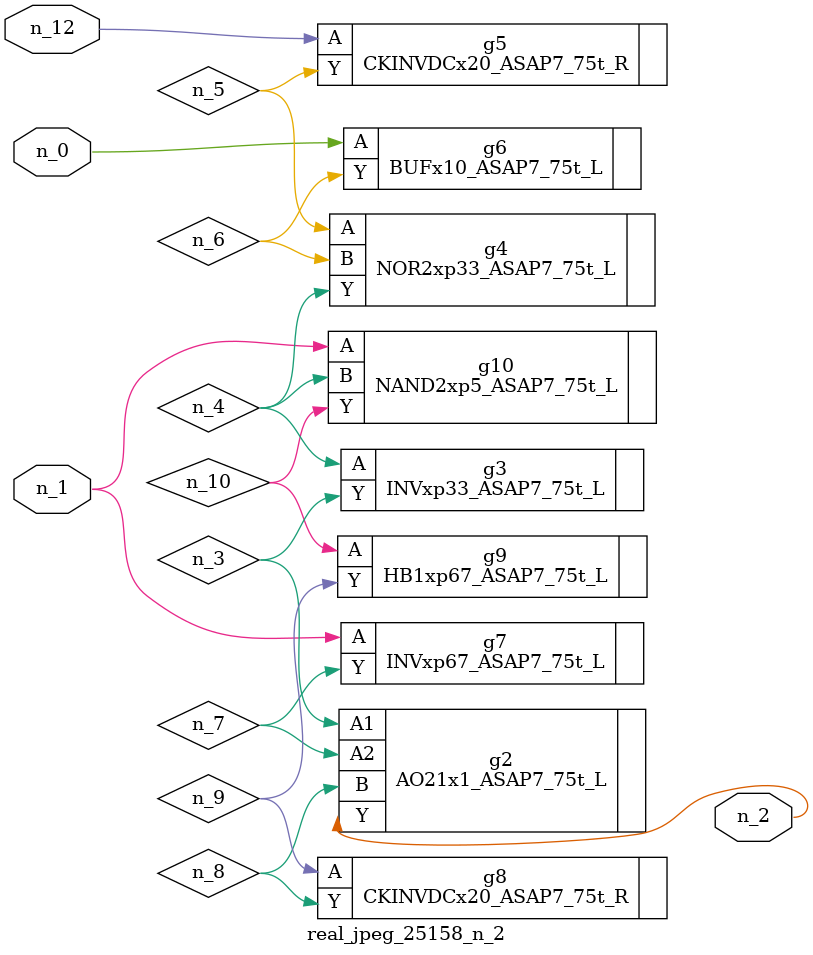
<source format=v>
module real_jpeg_25158_n_2 (n_12, n_1, n_0, n_2);

input n_12;
input n_1;
input n_0;

output n_2;

wire n_5;
wire n_4;
wire n_8;
wire n_6;
wire n_7;
wire n_3;
wire n_10;
wire n_9;

BUFx10_ASAP7_75t_L g6 ( 
.A(n_0),
.Y(n_6)
);

INVxp67_ASAP7_75t_L g7 ( 
.A(n_1),
.Y(n_7)
);

NAND2xp5_ASAP7_75t_L g10 ( 
.A(n_1),
.B(n_4),
.Y(n_10)
);

AO21x1_ASAP7_75t_L g2 ( 
.A1(n_3),
.A2(n_7),
.B(n_8),
.Y(n_2)
);

INVxp33_ASAP7_75t_L g3 ( 
.A(n_4),
.Y(n_3)
);

NOR2xp33_ASAP7_75t_L g4 ( 
.A(n_5),
.B(n_6),
.Y(n_4)
);

CKINVDCx20_ASAP7_75t_R g8 ( 
.A(n_9),
.Y(n_8)
);

HB1xp67_ASAP7_75t_L g9 ( 
.A(n_10),
.Y(n_9)
);

CKINVDCx20_ASAP7_75t_R g5 ( 
.A(n_12),
.Y(n_5)
);


endmodule
</source>
